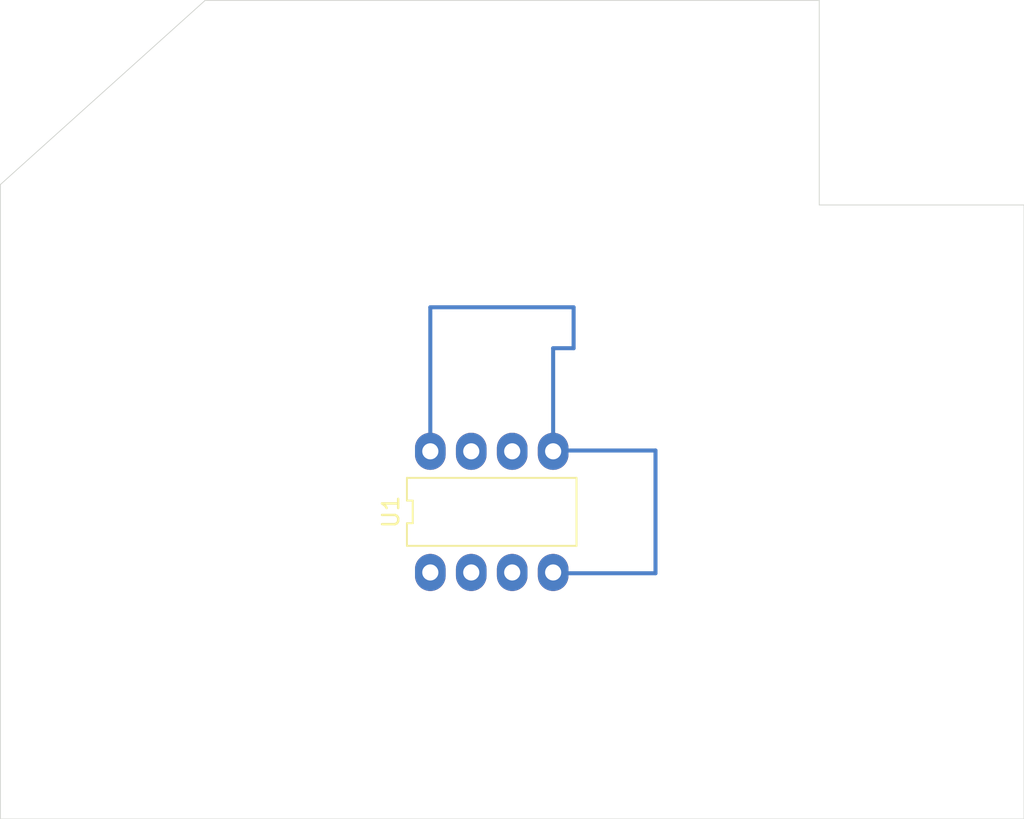
<source format=kicad_pcb>
(kicad_pcb (version 20171130) (host pcbnew "(5.1.5-0)")

  (general
    (thickness 1.6)
    (drawings 7)
    (tracks 8)
    (zones 0)
    (modules 1)
    (nets 1)
  )

  (page User 150.012 150.012)
  (layers
    (0 F.Cu signal hide)
    (31 B.Cu signal)
    (32 B.Adhes user)
    (33 F.Adhes user)
    (34 B.Paste user)
    (35 F.Paste user)
    (36 B.SilkS user)
    (37 F.SilkS user)
    (38 B.Mask user)
    (39 F.Mask user)
    (40 Dwgs.User user)
    (41 Cmts.User user)
    (42 Eco1.User user)
    (43 Eco2.User user)
    (44 Edge.Cuts user)
    (45 Margin user)
    (46 B.CrtYd user)
    (47 F.CrtYd user)
    (48 B.Fab user)
    (49 F.Fab user)
  )

  (setup
    (last_trace_width 0.25)
    (trace_clearance 0.2)
    (zone_clearance 0.508)
    (zone_45_only no)
    (trace_min 0.2)
    (via_size 0.8)
    (via_drill 0.4)
    (via_min_size 0.4)
    (via_min_drill 0.3)
    (uvia_size 0.3)
    (uvia_drill 0.1)
    (uvias_allowed no)
    (uvia_min_size 0.2)
    (uvia_min_drill 0.1)
    (edge_width 0.05)
    (segment_width 0.2)
    (pcb_text_width 0.3)
    (pcb_text_size 1.5 1.5)
    (mod_edge_width 0.12)
    (mod_text_size 1 1)
    (mod_text_width 0.15)
    (pad_size 1.524 1.524)
    (pad_drill 0.762)
    (pad_to_mask_clearance 0.051)
    (solder_mask_min_width 0.25)
    (aux_axis_origin 34.29 95.25)
    (grid_origin 39.37 90.17)
    (visible_elements FFFFFF7F)
    (pcbplotparams
      (layerselection 0x03000_fffffffe)
      (usegerberextensions false)
      (usegerberattributes false)
      (usegerberadvancedattributes false)
      (creategerberjobfile false)
      (excludeedgelayer true)
      (linewidth 0.100000)
      (plotframeref false)
      (viasonmask false)
      (mode 1)
      (useauxorigin true)
      (hpglpennumber 1)
      (hpglpenspeed 20)
      (hpglpendiameter 15.000000)
      (psnegative false)
      (psa4output false)
      (plotreference true)
      (plotvalue true)
      (plotinvisibletext false)
      (padsonsilk false)
      (subtractmaskfromsilk false)
      (outputformat 1)
      (mirror false)
      (drillshape 0)
      (scaleselection 1)
      (outputdirectory "out/"))
  )

  (net 0 "")

  (net_class Default "This is the default net class."
    (clearance 0.2)
    (trace_width 0.25)
    (via_dia 0.8)
    (via_drill 0.4)
    (uvia_dia 0.3)
    (uvia_drill 0.1)
  )

  (module •My_Footprints:DIP-8_296_ELL (layer F.Cu) (tedit 5E2A0B08) (tstamp 5E2A5A4B)
    (at 66.04 74.93)
    (descr "made this using the Wizard")
    (fp_text reference U1 (at -2.45 -3.81 90) (layer F.SilkS)
      (effects (font (size 1 1) (thickness 0.15)))
    )
    (fp_text value ATtiny13A-PU (at 3.81 -10.16) (layer F.Fab)
      (effects (font (size 1 1) (thickness 0.15)))
    )
    (fp_line (start -1.2 1.35) (end -1.2 -8.97) (layer F.CrtYd) (width 0.05))
    (fp_line (start 8.82 1.35) (end -1.2 1.35) (layer F.CrtYd) (width 0.05))
    (fp_line (start 8.82 -8.97) (end 8.82 1.35) (layer F.CrtYd) (width 0.05))
    (fp_line (start -1.2 -8.97) (end 8.82 -8.97) (layer F.CrtYd) (width 0.05))
    (fp_line (start -1.45 -3.106667) (end -1.45 -1.700001) (layer F.SilkS) (width 0.12))
    (fp_line (start -1.09 -3.106667) (end -1.45 -3.106667) (layer F.SilkS) (width 0.12))
    (fp_line (start -1.09 -4.513333) (end -1.09 -3.106667) (layer F.SilkS) (width 0.12))
    (fp_line (start -1.45 -4.513333) (end -1.09 -4.513333) (layer F.SilkS) (width 0.12))
    (fp_line (start -1.45 -5.92) (end -1.45 -4.513333) (layer F.SilkS) (width 0.12))
    (fp_line (start 9.07 -5.919999) (end -1.45 -5.92) (layer F.SilkS) (width 0.12))
    (fp_line (start 9.07 -1.7) (end 9.07 -5.919999) (layer F.SilkS) (width 0.12))
    (fp_line (start -1.45 -1.700001) (end 9.07 -1.7) (layer F.SilkS) (width 0.12))
    (pad 4 thru_hole oval (at 7.62 -0.05) (size 1.9 2.3) (drill 1) (layers *.Cu *.Mask))
    (pad 5 thru_hole oval (at 7.62 -7.57) (size 1.9 2.3) (drill 1) (layers *.Cu *.Mask))
    (pad 3 thru_hole oval (at 5.08 -0.05) (size 1.9 2.3) (drill 1) (layers *.Cu *.Mask))
    (pad 6 thru_hole oval (at 5.08 -7.57) (size 1.9 2.3) (drill 1) (layers *.Cu *.Mask))
    (pad 2 thru_hole oval (at 2.54 -0.05) (size 1.9 2.3) (drill 1) (layers *.Cu *.Mask))
    (pad 7 thru_hole oval (at 2.54 -7.57) (size 1.9 2.3) (drill 1) (layers *.Cu *.Mask))
    (pad 1 thru_hole oval (at 0 -0.05) (size 1.9 2.3) (drill 1) (layers *.Cu *.Mask))
    (pad 8 thru_hole oval (at 0 -7.57) (size 1.9 2.3) (drill 1) (layers *.Cu *.Mask))
  )

  (gr_line (start 102.87 90.17) (end 39.37 90.17) (layer Edge.Cuts) (width 0.05) (tstamp 5E2A59D7))
  (gr_line (start 102.87 52.07) (end 102.87 90.17) (layer Edge.Cuts) (width 0.05))
  (gr_line (start 90.17 52.07) (end 102.87 52.07) (layer Edge.Cuts) (width 0.05))
  (gr_line (start 90.17 39.37) (end 90.17 52.07) (layer Edge.Cuts) (width 0.05))
  (gr_line (start 52.07 39.37) (end 90.17 39.37) (layer Edge.Cuts) (width 0.05))
  (gr_line (start 39.37 50.8) (end 52.07 39.37) (layer Edge.Cuts) (width 0.05))
  (gr_line (start 39.37 90.17) (end 39.37 50.8) (layer Edge.Cuts) (width 0.05))

  (segment (start 66.04 67.36) (end 66.04 58.42) (width 0.25) (layer B.Cu) (net 0))
  (segment (start 66.04 58.42) (end 74.93 58.42) (width 0.25) (layer B.Cu) (net 0))
  (segment (start 74.93 58.42) (end 74.93 60.96) (width 0.25) (layer B.Cu) (net 0))
  (segment (start 74.93 60.96) (end 73.66 60.96) (width 0.25) (layer B.Cu) (net 0))
  (segment (start 73.66 60.96) (end 73.66 67.31) (width 0.25) (layer B.Cu) (net 0))
  (segment (start 73.66 67.31) (end 80.01 67.31) (width 0.25) (layer B.Cu) (net 0))
  (segment (start 80.01 67.31) (end 80.01 74.93) (width 0.25) (layer B.Cu) (net 0))
  (segment (start 80.01 74.93) (end 73.66 74.93) (width 0.25) (layer B.Cu) (net 0))

)

</source>
